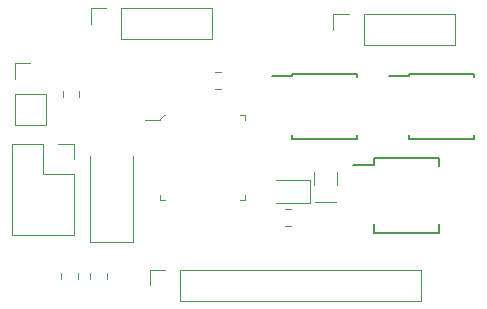
<source format=gbr>
G04 #@! TF.GenerationSoftware,KiCad,Pcbnew,(5.1.5)-3*
G04 #@! TF.CreationDate,2020-08-03T01:27:49-04:00*
G04 #@! TF.ProjectId,Arduino Clone,41726475-696e-46f2-9043-6c6f6e652e6b,rev?*
G04 #@! TF.SameCoordinates,Original*
G04 #@! TF.FileFunction,Legend,Top*
G04 #@! TF.FilePolarity,Positive*
%FSLAX46Y46*%
G04 Gerber Fmt 4.6, Leading zero omitted, Abs format (unit mm)*
G04 Created by KiCad (PCBNEW (5.1.5)-3) date 2020-08-03 01:27:49*
%MOMM*%
%LPD*%
G04 APERTURE LIST*
%ADD10C,0.120000*%
%ADD11C,0.150000*%
%ADD12C,0.100000*%
G04 APERTURE END LIST*
D10*
X165220000Y-104600000D02*
X165220000Y-103270000D01*
X165220000Y-103270000D02*
X166550000Y-103270000D01*
X167820000Y-103270000D02*
X175500000Y-103270000D01*
X175500000Y-105930000D02*
X175500000Y-103270000D01*
X167820000Y-105930000D02*
X175500000Y-105930000D01*
X167820000Y-105930000D02*
X167820000Y-103270000D01*
X138220000Y-112670000D02*
X140880000Y-112670000D01*
X138220000Y-110070000D02*
X138220000Y-112670000D01*
X140880000Y-110070000D02*
X140880000Y-112670000D01*
X138220000Y-110070000D02*
X140880000Y-110070000D01*
X138220000Y-108800000D02*
X138220000Y-107470000D01*
X138220000Y-107470000D02*
X139550000Y-107470000D01*
X142190000Y-125761252D02*
X142190000Y-125238748D01*
X143610000Y-125761252D02*
X143610000Y-125238748D01*
X144640000Y-125238748D02*
X144640000Y-125761252D01*
X146060000Y-125238748D02*
X146060000Y-125761252D01*
X143710000Y-109788748D02*
X143710000Y-110311252D01*
X142290000Y-109788748D02*
X142290000Y-110311252D01*
X160350000Y-119260000D02*
X163210000Y-119260000D01*
X163210000Y-119260000D02*
X163210000Y-117340000D01*
X163210000Y-117340000D02*
X160350000Y-117340000D01*
X138030000Y-114270000D02*
X140630000Y-114270000D01*
X138030000Y-114270000D02*
X138030000Y-122010000D01*
X138030000Y-122010000D02*
X143230000Y-122010000D01*
X143230000Y-116870000D02*
X143230000Y-122010000D01*
X140630000Y-116870000D02*
X143230000Y-116870000D01*
X140630000Y-114270000D02*
X140630000Y-116870000D01*
X143230000Y-114270000D02*
X143230000Y-115600000D01*
X141900000Y-114270000D02*
X143230000Y-114270000D01*
X161611252Y-119790000D02*
X161088748Y-119790000D01*
X161611252Y-121210000D02*
X161088748Y-121210000D01*
X155188748Y-108240000D02*
X155711252Y-108240000D01*
X155188748Y-109660000D02*
X155711252Y-109660000D01*
D11*
X168650000Y-115445000D02*
X168650000Y-116100000D01*
X174150000Y-115445000D02*
X174150000Y-116195000D01*
X174150000Y-121855000D02*
X174150000Y-121105000D01*
X168650000Y-121855000D02*
X168650000Y-121105000D01*
X168650000Y-115445000D02*
X174150000Y-115445000D01*
X168650000Y-121855000D02*
X174150000Y-121855000D01*
X168650000Y-116100000D02*
X166900000Y-116100000D01*
X161750000Y-108345000D02*
X161750000Y-108550000D01*
X167250000Y-108345000D02*
X167250000Y-108645000D01*
X167250000Y-113855000D02*
X167250000Y-113555000D01*
X161750000Y-113855000D02*
X161750000Y-113555000D01*
X161750000Y-108345000D02*
X167250000Y-108345000D01*
X161750000Y-113855000D02*
X167250000Y-113855000D01*
X161750000Y-108550000D02*
X160000000Y-108550000D01*
X171650000Y-108550000D02*
X169900000Y-108550000D01*
X171650000Y-113855000D02*
X177150000Y-113855000D01*
X171650000Y-108345000D02*
X177150000Y-108345000D01*
X171650000Y-113855000D02*
X171650000Y-113555000D01*
X177150000Y-113855000D02*
X177150000Y-113555000D01*
X177150000Y-108345000D02*
X177150000Y-108645000D01*
X171650000Y-108345000D02*
X171650000Y-108550000D01*
D12*
X151000000Y-111850000D02*
X150900000Y-111850000D01*
X150900000Y-111850000D02*
X150550000Y-112200000D01*
X150550000Y-112200000D02*
X150550000Y-112300000D01*
X150550000Y-112300000D02*
X149250000Y-112300000D01*
X157750000Y-111850000D02*
X157300000Y-111850000D01*
X157750000Y-111850000D02*
X157750000Y-112300000D01*
X157750000Y-119050000D02*
X157750000Y-118600000D01*
X157750000Y-119050000D02*
X157300000Y-119050000D01*
X150550000Y-119050000D02*
X151000000Y-119050000D01*
X150550000Y-119050000D02*
X150550000Y-118600000D01*
D10*
X163600000Y-117800000D02*
X163600000Y-116700000D01*
X165500000Y-117800000D02*
X165500000Y-116700000D01*
X163650000Y-119200000D02*
X165450000Y-119200000D01*
X144650000Y-115300000D02*
X144650000Y-122550000D01*
X144650000Y-122550000D02*
X148250000Y-122550000D01*
X148250000Y-122550000D02*
X148250000Y-115300000D01*
X147270000Y-105430000D02*
X147270000Y-102770000D01*
X147270000Y-105430000D02*
X154950000Y-105430000D01*
X154950000Y-105430000D02*
X154950000Y-102770000D01*
X147270000Y-102770000D02*
X154950000Y-102770000D01*
X144670000Y-102770000D02*
X146000000Y-102770000D01*
X144670000Y-104100000D02*
X144670000Y-102770000D01*
X152270000Y-127580000D02*
X152270000Y-124920000D01*
X152270000Y-127580000D02*
X172650000Y-127580000D01*
X172650000Y-127580000D02*
X172650000Y-124920000D01*
X152270000Y-124920000D02*
X172650000Y-124920000D01*
X149670000Y-124920000D02*
X151000000Y-124920000D01*
X149670000Y-126250000D02*
X149670000Y-124920000D01*
M02*

</source>
